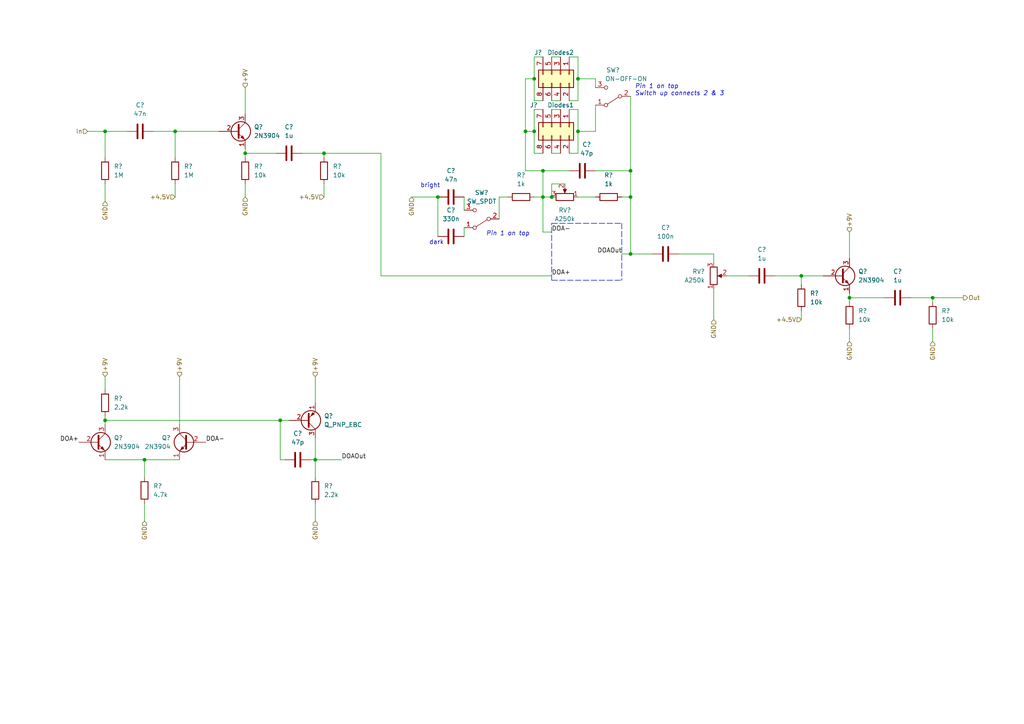
<source format=kicad_sch>
(kicad_sch (version 20211123) (generator eeschema)
  (paper "A4")
  (lib_symbols
    (symbol "Connector_Generic:Conn_02x04_Odd_Even" (pin_names (offset 1.016) hide)
      (property "Reference" "J" (at 1.27 5.08 0))
      (property "Value" "Conn_02x04_Odd_Even" (at 1.27 -7.62 0))
      (symbol "Conn_02x04_Odd_Even_1_1"
        (rectangle (start -1.27 -4.953) (end 0 -5.207) (stroke (width 0.1524)))
        (rectangle (start -1.27 -2.413) (end 0 -2.667) (stroke (width 0.1524)))
        (rectangle (start -1.27 0.127) (end 0 -0.127) (stroke (width 0.1524)))
        (rectangle (start -1.27 2.667) (end 0 2.413) (stroke (width 0.1524)))
        (rectangle (start -1.27 3.81) (end 3.81 -6.35) (stroke (width 0.254)) (fill (type background)))
        (rectangle (start 3.81 -4.953) (end 2.54 -5.207) (stroke (width 0.1524)))
        (rectangle (start 3.81 -2.413) (end 2.54 -2.667) (stroke (width 0.1524)))
        (rectangle (start 3.81 0.127) (end 2.54 -0.127) (stroke (width 0.1524)))
        (rectangle (start 3.81 2.667) (end 2.54 2.413) (stroke (width 0.1524)))
        (pin passive line (at -5.08 2.54 0) (length 3.81) (name "Pin_1") (number "1"))
        (pin passive line (at 7.62 2.54 180) (length 3.81) (name "Pin_2") (number "2"))
        (pin passive line (at -5.08 0 0) (length 3.81) (name "Pin_3") (number "3"))
        (pin passive line (at 7.62 0 180) (length 3.81) (name "Pin_4") (number "4"))
        (pin passive line (at -5.08 -2.54 0) (length 3.81) (name "Pin_5") (number "5"))
        (pin passive line (at 7.62 -2.54 180) (length 3.81) (name "Pin_6") (number "6"))
        (pin passive line (at -5.08 -5.08 0) (length 3.81) (name "Pin_7") (number "7"))
        (pin passive line (at 7.62 -5.08 180) (length 3.81) (name "Pin_8") (number "8"))
      )
    )
    (symbol "Device:C" (pin_numbers hide) (pin_names (offset 0.254))
      (property "Reference" "C" (at 0.635 2.54 0))
      (property "Value" "C" (at 0.635 -2.54 0))
      (symbol "C_0_1"
        (polyline (pts (xy -2.032 -0.762) (xy 2.032 -0.762)) (stroke (width 0.508)))
        (polyline (pts (xy -2.032 0.762) (xy 2.032 0.762)) (stroke (width 0.508)))
      )
      (symbol "C_1_1"
        (pin passive line (at 0 3.81 270) (length 2.794) (name "~") (number "1"))
        (pin passive line (at 0 -3.81 90) (length 2.794) (name "~") (number "2"))
      )
    )
    (symbol "Device:Q_NPN_EBC" (pin_names (offset 0) hide)
      (property "Reference" "Q" (at 5.08 1.27 0))
      (property "Value" "Q_NPN_EBC" (at 5.08 -1.27 0))
      (symbol "Q_NPN_EBC_0_1"
        (polyline (pts (xy 0.635 0.635) (xy 2.54 2.54)))
        (polyline (pts (xy 0.635 -0.635) (xy 2.54 -2.54) (xy 2.54 -2.54)))
        (polyline (pts (xy 0.635 1.905) (xy 0.635 -1.905) (xy 0.635 -1.905)) (stroke (width 0.508)))
        (polyline (pts (xy 1.27 -1.778) (xy 1.778 -1.27) (xy 2.286 -2.286) (xy 1.27 -1.778) (xy 1.27 -1.778)) (fill (type outline)))
        (circle (center 1.27 0) (radius 2.8194) (stroke (width 0.254)))
      )
      (symbol "Q_NPN_EBC_1_1"
        (pin passive line (at 2.54 -5.08 90) (length 2.54) (name "E") (number "1"))
        (pin passive line (at -5.08 0 0) (length 5.715) (name "B") (number "2"))
        (pin passive line (at 2.54 5.08 270) (length 2.54) (name "C") (number "3"))
      )
    )
    (symbol "Device:Q_PNP_EBC" (pin_names (offset 0) hide)
      (property "Reference" "Q" (at 5.08 1.27 0))
      (property "Value" "Q_PNP_EBC" (at 5.08 -1.27 0))
      (symbol "Q_PNP_EBC_0_1"
        (polyline (pts (xy 0.635 0.635) (xy 2.54 2.54)))
        (polyline (pts (xy 0.635 -0.635) (xy 2.54 -2.54) (xy 2.54 -2.54)))
        (polyline (pts (xy 0.635 1.905) (xy 0.635 -1.905) (xy 0.635 -1.905)) (stroke (width 0.508)))
        (polyline (pts (xy 2.286 -1.778) (xy 1.778 -2.286) (xy 1.27 -1.27) (xy 2.286 -1.778) (xy 2.286 -1.778)) (fill (type outline)))
        (circle (center 1.27 0) (radius 2.8194) (stroke (width 0.254)))
      )
      (symbol "Q_PNP_EBC_1_1"
        (pin passive line (at 2.54 -5.08 90) (length 2.54) (name "E") (number "1"))
        (pin input line (at -5.08 0 0) (length 5.715) (name "B") (number "2"))
        (pin passive line (at 2.54 5.08 270) (length 2.54) (name "C") (number "3"))
      )
    )
    (symbol "Device:R" (pin_numbers hide) (pin_names (offset 0))
      (property "Reference" "R" (at 2.032 0 90))
      (property "Value" "R" (at 0 0 90))
      (symbol "R_0_1"
        (rectangle (start -1.016 -2.54) (end 1.016 2.54) (stroke (width 0.254)))
      )
      (symbol "R_1_1"
        (pin passive line (at 0 3.81 270) (length 1.27) (name "~") (number "1"))
        (pin passive line (at 0 -3.81 90) (length 1.27) (name "~") (number "2"))
      )
    )
    (symbol "Device:R_Potentiometer" (pin_names (offset 1.016) hide)
      (property "Reference" "RV" (at -4.445 0 90))
      (property "Value" "R_Potentiometer" (at -2.54 0 90))
      (symbol "R_Potentiometer_0_1"
        (polyline (pts (xy 2.54 0) (xy 1.524 0)))
        (polyline (pts (xy 1.143 0) (xy 2.286 0.508) (xy 2.286 -0.508) (xy 1.143 0)) (fill (type outline)))
        (rectangle (start 1.016 2.54) (end -1.016 -2.54) (stroke (width 0.254)))
      )
      (symbol "R_Potentiometer_1_1"
        (pin passive line (at 0 3.81 270) (length 1.27) (name "1") (number "1"))
        (pin passive line (at 3.81 0 180) (length 1.27) (name "2") (number "2"))
        (pin passive line (at 0 -3.81 90) (length 1.27) (name "3") (number "3"))
      )
    )
    (symbol "Switch:SW_SPDT" (pin_names (offset 0) hide)
      (property "Reference" "SW" (at 0 4.318 0))
      (property "Value" "SW_SPDT" (at 0 -5.08 0))
      (symbol "SW_SPDT_0_0"
        (circle (center -2.032 0) (radius 0.508))
        (circle (center 2.032 -2.54) (radius 0.508))
      )
      (symbol "SW_SPDT_0_1"
        (polyline (pts (xy -1.524 0.254) (xy 1.651 2.286)))
        (circle (center 2.032 2.54) (radius 0.508))
      )
      (symbol "SW_SPDT_1_1"
        (pin passive line (at 5.08 2.54 180) (length 2.54) (name "A") (number "1"))
        (pin passive line (at -5.08 0 0) (length 2.54) (name "B") (number "2"))
        (pin passive line (at 5.08 -2.54 180) (length 2.54) (name "C") (number "3"))
      )
    )
  )
  (junction (at 154.94 38.1))
  (junction (at 246.38 86.36))
  (junction (at 81.28 121.92))
  (junction (at 30.48 38.1))
  (junction (at 41.91 133.35))
  (junction (at 157.48 57.15))
  (junction (at 232.41 80.01))
  (junction (at 157.48 49.53))
  (junction (at 71.12 44.45))
  (junction (at 167.64 22.86))
  (junction (at 160.02 57.15))
  (junction (at 127 57.15))
  (junction (at 91.44 133.35))
  (junction (at 152.4 38.1))
  (junction (at 182.88 73.66))
  (junction (at 167.64 38.1))
  (junction (at 93.98 44.45))
  (junction (at 182.88 57.15))
  (junction (at 270.51 86.36))
  (junction (at 182.88 49.53))
  (junction (at 154.94 22.86))
  (junction (at 50.8 38.1))
  (junction (at 30.48 121.92))
  (wire (pts (xy 160.02 53.34) (xy 163.83 53.34)))
  (wire (pts (xy 119.38 57.15) (xy 127 57.15)))
  (wire (pts (xy 127 57.15) (xy 127 68.58)))
  (wire (pts (xy 71.12 25.4) (xy 71.12 33.02)))
  (polyline (pts (xy 160.02 81.28) (xy 180.34 81.28)))
  (wire (pts (xy 232.41 80.01) (xy 224.79 80.01)))
  (wire (pts (xy 196.85 73.66) (xy 207.01 73.66)))
  (wire (pts (xy 160.02 67.31) (xy 157.48 67.31)))
  (wire (pts (xy 232.41 80.01) (xy 238.76 80.01)))
  (wire (pts (xy 91.44 133.35) (xy 91.44 138.43)))
  (wire (pts (xy 81.28 121.92) (xy 81.28 133.35)))
  (wire (pts (xy 172.72 49.53) (xy 182.88 49.53)))
  (wire (pts (xy 160.02 31.75) (xy 162.56 31.75)))
  (wire (pts (xy 172.72 38.1) (xy 172.72 30.48)))
  (wire (pts (xy 270.51 86.36) (xy 270.51 87.63)))
  (wire (pts (xy 270.51 86.36) (xy 279.4 86.36)))
  (wire (pts (xy 165.1 29.21) (xy 167.64 29.21)))
  (wire (pts (xy 157.48 57.15) (xy 157.48 49.53)))
  (wire (pts (xy 154.94 57.15) (xy 157.48 57.15)))
  (wire (pts (xy 157.48 57.15) (xy 160.02 57.15)))
  (wire (pts (xy 30.48 121.92) (xy 81.28 121.92)))
  (wire (pts (xy 50.8 38.1) (xy 63.5 38.1)))
  (wire (pts (xy 71.12 44.45) (xy 80.01 44.45)))
  (wire (pts (xy 93.98 44.45) (xy 110.49 44.45)))
  (wire (pts (xy 154.94 44.45) (xy 157.48 44.45)))
  (wire (pts (xy 152.4 38.1) (xy 154.94 38.1)))
  (wire (pts (xy 167.64 22.86) (xy 167.64 29.21)))
  (wire (pts (xy 172.72 38.1) (xy 167.64 38.1)))
  (wire (pts (xy 144.78 57.15) (xy 147.32 57.15)))
  (wire (pts (xy 71.12 53.34) (xy 71.12 57.15)))
  (wire (pts (xy 157.48 31.75) (xy 154.94 31.75)))
  (wire (pts (xy 25.4 38.1) (xy 30.48 38.1)))
  (wire (pts (xy 154.94 38.1) (xy 154.94 44.45)))
  (wire (pts (xy 157.48 57.15) (xy 157.48 67.31)))
  (wire (pts (xy 182.88 73.66) (xy 189.23 73.66)))
  (wire (pts (xy 207.01 83.82) (xy 207.01 92.71)))
  (wire (pts (xy 30.48 133.35) (xy 41.91 133.35)))
  (wire (pts (xy 246.38 67.31) (xy 246.38 74.93)))
  (wire (pts (xy 167.64 38.1) (xy 167.64 44.45)))
  (wire (pts (xy 50.8 53.34) (xy 50.8 57.15)))
  (wire (pts (xy 160.02 29.21) (xy 162.56 29.21)))
  (wire (pts (xy 165.1 16.51) (xy 167.64 16.51)))
  (wire (pts (xy 167.64 38.1) (xy 167.64 31.75)))
  (wire (pts (xy 152.4 22.86) (xy 152.4 38.1)))
  (wire (pts (xy 172.72 22.86) (xy 172.72 25.4)))
  (wire (pts (xy 30.48 38.1) (xy 36.83 38.1)))
  (wire (pts (xy 180.34 73.66) (xy 182.88 73.66)))
  (wire (pts (xy 207.01 73.66) (xy 207.01 76.2)))
  (wire (pts (xy 91.44 133.35) (xy 99.06 133.35)))
  (wire (pts (xy 160.02 16.51) (xy 162.56 16.51)))
  (wire (pts (xy 154.94 16.51) (xy 157.48 16.51)))
  (wire (pts (xy 232.41 82.55) (xy 232.41 80.01)))
  (wire (pts (xy 182.88 57.15) (xy 182.88 73.66)))
  (wire (pts (xy 30.48 120.65) (xy 30.48 121.92)))
  (wire (pts (xy 165.1 44.45) (xy 167.64 44.45)))
  (wire (pts (xy 232.41 90.17) (xy 232.41 92.71)))
  (wire (pts (xy 210.82 80.01) (xy 217.17 80.01)))
  (wire (pts (xy 44.45 38.1) (xy 50.8 38.1)))
  (wire (pts (xy 134.62 66.04) (xy 134.62 68.58)))
  (wire (pts (xy 160.02 57.15) (xy 160.02 53.34)))
  (wire (pts (xy 182.88 27.94) (xy 182.88 49.53)))
  (wire (pts (xy 93.98 45.72) (xy 93.98 44.45)))
  (wire (pts (xy 246.38 85.09) (xy 246.38 86.36)))
  (wire (pts (xy 144.78 57.15) (xy 144.78 63.5)))
  (wire (pts (xy 154.94 22.86) (xy 154.94 16.51)))
  (polyline (pts (xy 160.02 81.28) (xy 160.02 64.77)))
  (wire (pts (xy 71.12 44.45) (xy 71.12 45.72)))
  (wire (pts (xy 154.94 22.86) (xy 152.4 22.86)))
  (wire (pts (xy 81.28 133.35) (xy 82.55 133.35)))
  (wire (pts (xy 157.48 29.21) (xy 154.94 29.21)))
  (wire (pts (xy 167.64 16.51) (xy 167.64 22.86)))
  (wire (pts (xy 41.91 133.35) (xy 41.91 138.43)))
  (wire (pts (xy 110.49 44.45) (xy 110.49 80.01)))
  (polyline (pts (xy 180.34 64.77) (xy 180.34 81.28)))
  (wire (pts (xy 30.48 38.1) (xy 30.48 45.72)))
  (wire (pts (xy 270.51 95.25) (xy 270.51 99.06)))
  (wire (pts (xy 152.4 38.1) (xy 152.4 49.53)))
  (wire (pts (xy 154.94 31.75) (xy 154.94 38.1)))
  (wire (pts (xy 134.62 57.15) (xy 134.62 60.96)))
  (wire (pts (xy 246.38 95.25) (xy 246.38 99.06)))
  (wire (pts (xy 91.44 109.22) (xy 91.44 116.84)))
  (wire (pts (xy 91.44 127) (xy 91.44 133.35)))
  (wire (pts (xy 152.4 49.53) (xy 157.48 49.53)))
  (wire (pts (xy 182.88 49.53) (xy 182.88 57.15)))
  (wire (pts (xy 165.1 31.75) (xy 167.64 31.75)))
  (wire (pts (xy 41.91 146.05) (xy 41.91 151.13)))
  (wire (pts (xy 264.16 86.36) (xy 270.51 86.36)))
  (wire (pts (xy 41.91 133.35) (xy 52.07 133.35)))
  (wire (pts (xy 50.8 38.1) (xy 50.8 45.72)))
  (wire (pts (xy 246.38 86.36) (xy 256.54 86.36)))
  (wire (pts (xy 81.28 121.92) (xy 83.82 121.92)))
  (wire (pts (xy 30.48 109.22) (xy 30.48 113.03)))
  (wire (pts (xy 91.44 146.05) (xy 91.44 151.13)))
  (wire (pts (xy 30.48 121.92) (xy 30.48 123.19)))
  (wire (pts (xy 110.49 80.01) (xy 160.02 80.01)))
  (wire (pts (xy 160.02 44.45) (xy 162.56 44.45)))
  (wire (pts (xy 167.64 57.15) (xy 172.72 57.15)))
  (wire (pts (xy 30.48 53.34) (xy 30.48 58.42)))
  (wire (pts (xy 180.34 57.15) (xy 182.88 57.15)))
  (wire (pts (xy 90.17 133.35) (xy 91.44 133.35)))
  (wire (pts (xy 52.07 109.22) (xy 52.07 123.19)))
  (polyline (pts (xy 160.02 64.77) (xy 180.34 64.77)))
  (wire (pts (xy 154.94 29.21) (xy 154.94 22.86)))
  (wire (pts (xy 93.98 53.34) (xy 93.98 57.15)))
  (wire (pts (xy 71.12 43.18) (xy 71.12 44.45)))
  (wire (pts (xy 87.63 44.45) (xy 93.98 44.45)))
  (wire (pts (xy 246.38 86.36) (xy 246.38 87.63)))
  (wire (pts (xy 167.64 22.86) (xy 172.72 22.86)))
  (wire (pts (xy 157.48 49.53) (xy 165.1 49.53)))
  (text "Pin 1 on top\nSwitch up connects 2 & 3" (at 184.15 27.94 0) (effects (font (size 1.27 1.27) italic) (justify left bottom)))
  (text "Pin 1 on top" (at 140.97 68.58 0) (effects (font (size 1.27 1.27) italic) (justify left bottom)))
  (text "dark" (at 124.46 71.12 0) (effects (font (size 1.27 1.27)) (justify left bottom)))
  (text "bright" (at 121.92 54.61 0) (effects (font (size 1.27 1.27)) (justify left bottom)))
  (label "DOA+" (at 160.02 80.01 0))
  (label "DOAOut" (at 99.06 133.35 0))
  (label "DOAOut" (at 180.34 73.66 180))
  (label "DOA+" (at 22.86 128.27 180))
  (label "DOA-" (at 59.69 128.27 0))
  (label "DOA-" (at 160.02 67.31 0))
  (hierarchical_label "GND" (shape input) (at 119.38 57.15 270))
  (hierarchical_label "+4.5V" (shape input) (at 50.8 57.15 180))
  (hierarchical_label "+9V" (shape input) (at 30.48 109.22 90))
  (hierarchical_label "+9V" (shape input) (at 91.44 109.22 90))
  (hierarchical_label "GND" (shape input) (at 207.01 92.71 270))
  (hierarchical_label "In" (shape input) (at 25.4 38.1 180))
  (hierarchical_label "GND" (shape input) (at 270.51 99.06 270))
  (hierarchical_label "+4.5V" (shape input) (at 93.98 57.15 180))
  (hierarchical_label "+4.5V" (shape input) (at 232.41 92.71 180))
  (hierarchical_label "+9V" (shape input) (at 52.07 109.22 90))
  (hierarchical_label "GND" (shape input) (at 71.12 57.15 270))
  (hierarchical_label "Out" (shape output) (at 279.4 86.36 0))
  (hierarchical_label "GND" (shape input) (at 41.91 151.13 270))
  (hierarchical_label "GND" (shape input) (at 30.48 58.42 270))
  (hierarchical_label "+9V" (shape input) (at 71.12 25.4 90))
  (hierarchical_label "GND" (shape input) (at 246.38 99.06 270))
  (hierarchical_label "GND" (shape input) (at 91.44 151.13 270))
  (hierarchical_label "+9V" (shape input) (at 246.38 67.31 90))
  (symbol (lib_id "Connector_Generic:Conn_02x04_Odd_Even") (at 162.56 36.83 270) (unit 1)
    (property "Reference" "J?" (at 153.67 30.48 90) (effects (justify left)))
    (property "Value" "Diodes1" (at 158.75 30.48 90) (effects (justify left)))
  )
  (symbol (lib_id "Device:C") (at 130.81 57.15 90) (unit 1)
    (property "Reference" "C?" (at 130.81 49.53 90))
    (property "Value" "47n" (at 130.81 52.07 90))
  )
  (symbol (lib_id "Device:C") (at 86.36 133.35 90) (unit 1)
    (property "Reference" "C?" (at 86.36 125.73 90))
    (property "Value" "47p" (at 86.36 128.27 90))
  )
  (symbol (lib_id "Switch:SW_SPDT") (at 139.7 63.5 180) (unit 1)
    (property "Reference" "SW?" (at 139.7 55.88 0))
    (property "Value" "SW_SPDT" (at 139.7 58.42 0))
  )
  (symbol (lib_id "Device:R") (at 91.44 142.24 0) (unit 1)
    (property "Reference" "R?" (at 93.98 140.9699 0) (effects (justify left)))
    (property "Value" "2.2k" (at 93.98 143.5099 0) (effects (justify left)))
  )
  (symbol (lib_id "Device:R") (at 93.98 49.53 0) (unit 1)
    (property "Reference" "R?" (at 96.52 48.2599 0) (effects (justify left)))
    (property "Value" "10k" (at 96.52 50.7999 0) (effects (justify left)))
  )
  (symbol (lib_id "Device:R") (at 176.53 57.15 90) (unit 1)
    (property "Reference" "R?" (at 176.53 50.8 90))
    (property "Value" "1k" (at 176.53 53.34 90))
  )
  (symbol (lib_id "Device:R") (at 232.41 86.36 0) (unit 1)
    (property "Reference" "R?" (at 234.95 85.0899 0) (effects (justify left)))
    (property "Value" "10k" (at 234.95 87.6299 0) (effects (justify left)))
  )
  (symbol (lib_id "Device:C") (at 260.35 86.36 90) (unit 1)
    (property "Reference" "C?" (at 260.35 78.74 90))
    (property "Value" "1u" (at 260.35 81.28 90))
  )
  (symbol (lib_id "Device:R") (at 270.51 91.44 0) (unit 1)
    (property "Reference" "R?" (at 273.05 90.1699 0) (effects (justify left)))
    (property "Value" "10k" (at 273.05 92.7099 0) (effects (justify left)))
  )
  (symbol (lib_id "Device:R_Potentiometer") (at 207.01 80.01 0) (mirror x) (unit 1)
    (property "Reference" "RV?" (at 204.47 78.7399 0) (effects (justify right)))
    (property "Value" "A250k" (at 204.47 81.2799 0) (effects (justify right)))
  )
  (symbol (lib_id "Device:Q_NPN_EBC") (at 54.61 128.27 0) (mirror y) (unit 1)
    (property "Reference" "Q?" (at 49.53 126.9999 0) (effects (justify left)))
    (property "Value" "2N3904" (at 49.53 129.5399 0) (effects (justify left)))
  )
  (symbol (lib_id "Device:R") (at 151.13 57.15 90) (unit 1)
    (property "Reference" "R?" (at 151.13 50.8 90))
    (property "Value" "1k" (at 151.13 53.34 90))
  )
  (symbol (lib_id "Device:C") (at 168.91 49.53 90) (unit 1)
    (property "Reference" "C?" (at 170.18 41.91 90))
    (property "Value" "47p" (at 170.18 44.45 90))
  )
  (symbol (lib_id "Switch:SW_SPDT") (at 177.8 27.94 180) (unit 1)
    (property "Reference" "SW?" (at 177.8 20.32 0))
    (property "Value" "ON-OFF-ON" (at 181.61 22.86 0))
  )
  (symbol (lib_id "Device:R") (at 50.8 49.53 0) (unit 1)
    (property "Reference" "R?" (at 53.34 48.2599 0) (effects (justify left)))
    (property "Value" "1M" (at 53.34 50.7999 0) (effects (justify left)))
  )
  (symbol (lib_id "Device:R") (at 41.91 142.24 0) (unit 1)
    (property "Reference" "R?" (at 44.45 140.9699 0) (effects (justify left)))
    (property "Value" "4.7k" (at 44.45 143.5099 0) (effects (justify left)))
  )
  (symbol (lib_id "Device:R") (at 30.48 116.84 0) (unit 1)
    (property "Reference" "R?" (at 33.02 115.5699 0) (effects (justify left)))
    (property "Value" "2.2k" (at 33.02 118.1099 0) (effects (justify left)))
  )
  (symbol (lib_id "Device:Q_NPN_EBC") (at 68.58 38.1 0) (unit 1)
    (property "Reference" "Q?" (at 73.66 36.8299 0) (effects (justify left)))
    (property "Value" "2N3904" (at 73.66 39.3699 0) (effects (justify left)))
  )
  (symbol (lib_id "Device:C") (at 40.64 38.1 90) (unit 1)
    (property "Reference" "C?" (at 40.64 30.48 90))
    (property "Value" "47n" (at 40.64 33.02 90))
  )
  (symbol (lib_id "Device:R") (at 71.12 49.53 0) (unit 1)
    (property "Reference" "R?" (at 73.66 48.2599 0) (effects (justify left)))
    (property "Value" "10k" (at 73.66 50.7999 0) (effects (justify left)))
  )
  (symbol (lib_id "Device:C") (at 193.04 73.66 90) (unit 1)
    (property "Reference" "C?" (at 193.04 66.04 90))
    (property "Value" "100n" (at 193.04 68.58 90))
  )
  (symbol (lib_id "Device:Q_PNP_EBC") (at 88.9 121.92 0) (mirror x) (unit 1)
    (property "Reference" "Q?" (at 93.98 120.6499 0) (effects (justify left)))
    (property "Value" "Q_PNP_EBC" (at 93.98 123.1899 0) (effects (justify left)))
  )
  (symbol (lib_id "Connector_Generic:Conn_02x04_Odd_Even") (at 162.56 21.59 270) (unit 1)
    (property "Reference" "J?" (at 154.94 15.24 90) (effects (justify left)))
    (property "Value" "Diodes2" (at 158.75 15.24 90) (effects (justify left)))
  )
  (symbol (lib_id "Device:C") (at 83.82 44.45 90) (unit 1)
    (property "Reference" "C?" (at 83.82 36.83 90))
    (property "Value" "1u" (at 83.82 39.37 90))
  )
  (symbol (lib_id "Device:C") (at 130.81 68.58 90) (unit 1)
    (property "Reference" "C?" (at 130.81 60.96 90))
    (property "Value" "330n" (at 130.81 63.5 90))
  )
  (symbol (lib_id "Device:R") (at 246.38 91.44 0) (unit 1)
    (property "Reference" "R?" (at 248.92 90.1699 0) (effects (justify left)))
    (property "Value" "10k" (at 248.92 92.7099 0) (effects (justify left)))
  )
  (symbol (lib_id "Device:Q_NPN_EBC") (at 243.84 80.01 0) (unit 1)
    (property "Reference" "Q?" (at 248.92 78.7399 0) (effects (justify left)))
    (property "Value" "2N3904" (at 248.92 81.2799 0) (effects (justify left)))
  )
  (symbol (lib_id "Device:R") (at 30.48 49.53 0) (unit 1)
    (property "Reference" "R?" (at 33.02 48.2599 0) (effects (justify left)))
    (property "Value" "1M" (at 33.02 50.7999 0) (effects (justify left)))
  )
  (symbol (lib_id "Device:Q_NPN_EBC") (at 27.94 128.27 0) (unit 1)
    (property "Reference" "Q?" (at 33.02 126.9999 0) (effects (justify left)))
    (property "Value" "2N3904" (at 33.02 129.5399 0) (effects (justify left)))
  )
  (symbol (lib_id "Device:R_Potentiometer") (at 163.83 57.15 270) (mirror x) (unit 1)
    (property "Reference" "RV?" (at 163.83 60.96 90))
    (property "Value" "A250k" (at 163.83 63.5 90))
  )
  (symbol (lib_id "Device:C") (at 220.98 80.01 90) (unit 1)
    (property "Reference" "C?" (at 220.98 72.39 90))
    (property "Value" "1u" (at 220.98 74.93 90))
  )
)
</source>
